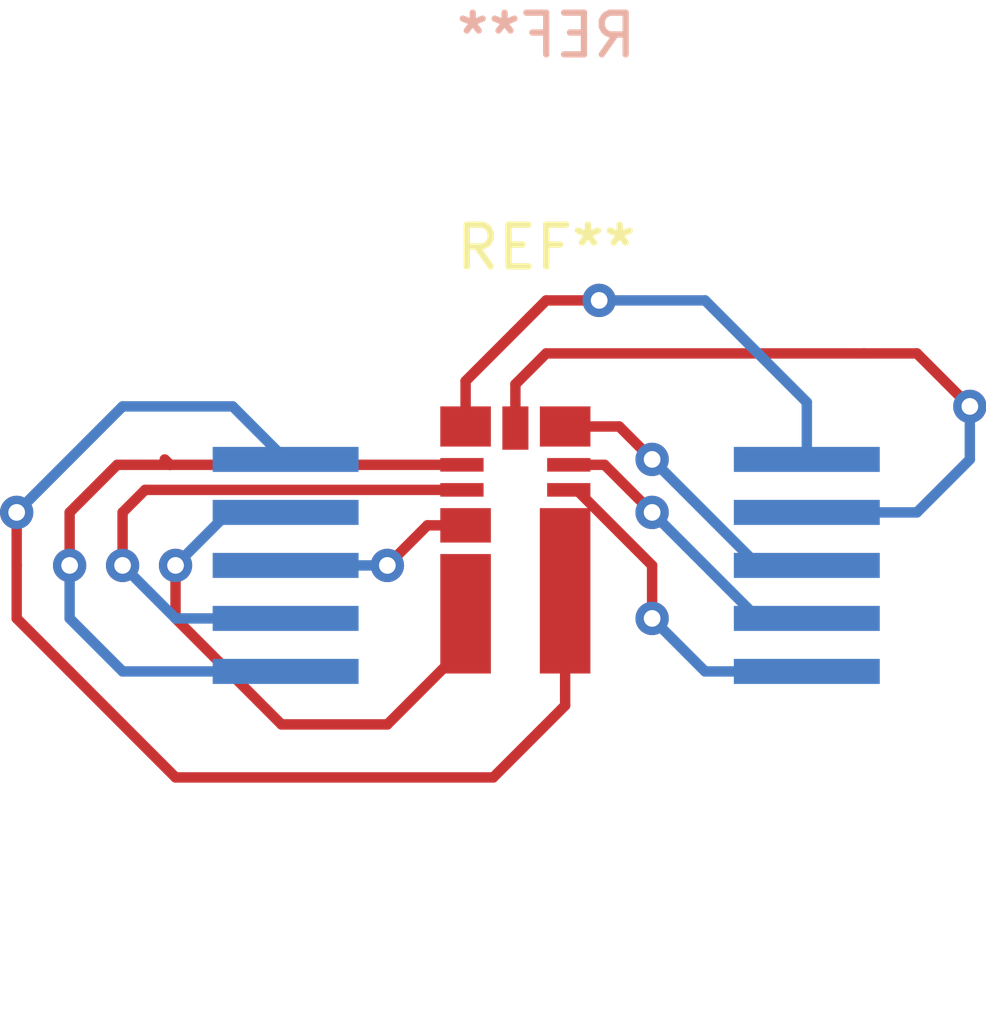
<source format=kicad_pcb>
(kicad_pcb (version 20171130) (host pcbnew "(5.1.10)-1")

  (general
    (thickness 1.6)
    (drawings 0)
    (tracks 72)
    (zones 0)
    (modules 2)
    (nets 1)
  )

  (page A4)
  (title_block
    (title "MAX 20801")
    (rev v01)
    (comment 4 "Author: BSE")
  )

  (layers
    (0 F.Cu signal)
    (31 B.Cu signal)
    (32 B.Adhes user)
    (33 F.Adhes user)
    (34 B.Paste user)
    (35 F.Paste user)
    (36 B.SilkS user)
    (37 F.SilkS user)
    (38 B.Mask user)
    (39 F.Mask user)
    (40 Dwgs.User user)
    (41 Cmts.User user)
    (42 Eco1.User user)
    (43 Eco2.User user)
    (44 Edge.Cuts user)
    (45 Margin user)
    (46 B.CrtYd user)
    (47 F.CrtYd user)
    (48 B.Fab user)
    (49 F.Fab user)
  )

  (setup
    (last_trace_width 0.25)
    (trace_clearance 0.2)
    (zone_clearance 0.508)
    (zone_45_only no)
    (trace_min 0.006)
    (via_size 0.8)
    (via_drill 0.4)
    (via_min_size 0.4)
    (via_min_drill 0.3)
    (uvia_size 0.3)
    (uvia_drill 0.1)
    (uvias_allowed no)
    (uvia_min_size 0.2)
    (uvia_min_drill 0.1)
    (edge_width 0.05)
    (segment_width 0.2)
    (pcb_text_width 0.3)
    (pcb_text_size 1.5 1.5)
    (mod_edge_width 0.12)
    (mod_text_size 1 1)
    (mod_text_width 0.15)
    (pad_size 1.524 1.524)
    (pad_drill 0.762)
    (pad_to_mask_clearance 0)
    (aux_axis_origin 0 0)
    (visible_elements 7FFFFFFF)
    (pcbplotparams
      (layerselection 0x010fc_ffffffff)
      (usegerberextensions false)
      (usegerberattributes true)
      (usegerberadvancedattributes true)
      (creategerberjobfile true)
      (excludeedgelayer true)
      (linewidth 0.100000)
      (plotframeref false)
      (viasonmask false)
      (mode 1)
      (useauxorigin false)
      (hpglpennumber 1)
      (hpglpenspeed 20)
      (hpglpendiameter 15.000000)
      (psnegative false)
      (psa4output false)
      (plotreference true)
      (plotvalue true)
      (plotinvisibletext false)
      (padsonsilk false)
      (subtractmaskfromsilk false)
      (outputformat 1)
      (mirror false)
      (drillshape 1)
      (scaleselection 1)
      (outputdirectory ""))
  )

  (net 0 "")

  (net_class Default "This is the default net class."
    (clearance 0.2)
    (trace_width 0.25)
    (via_dia 0.8)
    (via_drill 0.4)
    (uvia_dia 0.3)
    (uvia_drill 0.1)
  )

  (module MAX20801:MAX20801 (layer F.Cu) (tedit 6170AD85) (tstamp 6179E894)
    (at 76.2 101.6)
    (fp_text reference REF** (at -2.54 -5.08) (layer F.SilkS)
      (effects (font (size 1 1) (thickness 0.15)))
    )
    (fp_text value MAX20801 (at -2.54 7.62) (layer F.Fab)
      (effects (font (size 1 1) (thickness 0.15)))
    )
    (pad F smd rect (at -2.0865 3.1485) (size 1.213 3.963) (layers F.Cu F.Paste F.Mask))
    (pad E smd rect (at -4.4735 3.6985) (size 1.213 2.862999) (layers F.Cu F.Paste F.Mask))
    (pad D smd rect (at -4.4735 1.5795) (size 1.213 0.825) (layers F.Cu F.Paste F.Mask))
    (pad C smd rect (at -1.999 0.7295) (size 1.038 0.325) (layers F.Cu F.Paste F.Mask))
    (pad C smd rect (at -1.999 0.1295) (size 1.038 0.325) (layers F.Cu F.Paste F.Mask))
    (pad C smd rect (at -4.561 0.7295) (size 1.038 0.325) (layers F.Cu F.Paste F.Mask))
    (pad C smd rect (at -4.561 0.1295) (size 1.038 0.325) (layers F.Cu F.Paste F.Mask))
    (pad B smd rect (at -3.2795 -0.751) (size 0.625 1.038) (layers F.Cu F.Paste F.Mask))
    (pad A smd rect (at -2.0855 -0.789) (size 1.213 0.962) (layers F.Cu F.Paste F.Mask))
    (pad A smd rect (at -4.4735 -0.789) (size 1.213 0.962) (layers F.Cu F.Paste F.Mask))
  )

  (module MAX20801:PinHeader (layer B.Cu) (tedit 6179E5A5) (tstamp 6179E838)
    (at 73.66 104.14)
    (fp_text reference REF** (at 0 -12.7) (layer B.SilkS)
      (effects (font (size 1 1) (thickness 0.15)) (justify mirror))
    )
    (fp_text value PinHeader (at 0 10.16) (layer B.Fab)
      (effects (font (size 1 1) (thickness 0.15)) (justify mirror))
    )
    (pad 10 smd rect (at 6.25 -2.54) (size 3.5 0.6) (layers B.Cu B.Paste B.Mask))
    (pad 9 smd rect (at 6.25 -1.27) (size 3.5 0.6) (layers B.Cu B.Paste B.Mask))
    (pad 8 smd rect (at 6.25 0) (size 3.5 0.6) (layers B.Cu B.Paste B.Mask))
    (pad 5 smd rect (at -6.25 -2.54) (size 3.5 0.6) (layers B.Cu B.Paste B.Mask))
    (pad 4 smd rect (at -6.25 -1.27) (size 3.5 0.6) (layers B.Cu B.Paste B.Mask))
    (pad 3 smd rect (at -6.25 0) (size 3.5 0.6) (layers B.Cu B.Paste B.Mask))
    (pad 2 smd rect (at -6.25 1.27) (size 3.5 0.6) (layers B.Cu B.Paste B.Mask))
    (pad 7 smd rect (at 6.25 1.27) (size 3.5 0.6) (layers B.Cu B.Paste B.Mask))
    (pad 6 smd rect (at 6.25 2.54) (size 3.5 0.6) (layers B.Cu B.Paste B.Mask))
    (pad 1 smd rect (at -6.25 2.54) (size 3.5 0.6) (layers B.Cu B.Paste B.Mask))
  )

  (via (at 69.85 104.14) (size 0.8) (drill 0.4) (layers F.Cu B.Cu) (net 0))
  (segment (start 70.8105 103.1795) (end 69.85 104.14) (width 0.25) (layer F.Cu) (net 0))
  (segment (start 71.7265 103.1795) (end 70.8105 103.1795) (width 0.25) (layer F.Cu) (net 0))
  (segment (start 69.85 104.14) (end 67.41 104.14) (width 0.25) (layer B.Cu) (net 0))
  (segment (start 71.639 101.7295) (end 64.6405 101.7295) (width 0.25) (layer F.Cu) (net 0))
  (segment (start 64.6405 101.7295) (end 64.511 101.6) (width 0.25) (layer F.Cu) (net 0))
  (segment (start 64.6405 101.7295) (end 63.3705 101.7295) (width 0.25) (layer F.Cu) (net 0))
  (via (at 62.23 104.14) (size 0.8) (drill 0.4) (layers F.Cu B.Cu) (net 0))
  (segment (start 62.23 102.87) (end 62.23 104.14) (width 0.25) (layer F.Cu) (net 0))
  (segment (start 63.3705 101.7295) (end 62.23 102.87) (width 0.25) (layer F.Cu) (net 0))
  (segment (start 62.23 104.14) (end 62.23 105.41) (width 0.25) (layer B.Cu) (net 0))
  (segment (start 62.23 105.41) (end 63.5 106.68) (width 0.25) (layer B.Cu) (net 0))
  (segment (start 63.5 106.68) (end 67.41 106.68) (width 0.25) (layer B.Cu) (net 0))
  (segment (start 71.639 102.3295) (end 64.0405 102.3295) (width 0.25) (layer F.Cu) (net 0))
  (via (at 63.5 104.14) (size 0.8) (drill 0.4) (layers F.Cu B.Cu) (net 0))
  (segment (start 63.5 102.87) (end 63.5 104.14) (width 0.25) (layer F.Cu) (net 0))
  (segment (start 64.0405 102.3295) (end 63.5 102.87) (width 0.25) (layer F.Cu) (net 0))
  (segment (start 63.5 104.14) (end 64.77 105.41) (width 0.25) (layer B.Cu) (net 0))
  (segment (start 64.77 105.41) (end 67.41 105.41) (width 0.25) (layer B.Cu) (net 0))
  (segment (start 71.7265 105.2985) (end 71.7265 106.0735) (width 0.25) (layer F.Cu) (net 0))
  (segment (start 71.7265 106.0735) (end 69.85 107.95) (width 0.25) (layer F.Cu) (net 0))
  (segment (start 69.85 107.95) (end 67.31 107.95) (width 0.25) (layer F.Cu) (net 0))
  (segment (start 67.31 107.95) (end 64.77 105.41) (width 0.25) (layer F.Cu) (net 0))
  (via (at 64.77 104.14) (size 0.8) (drill 0.4) (layers F.Cu B.Cu) (net 0))
  (segment (start 64.77 105.41) (end 64.77 104.14) (width 0.25) (layer F.Cu) (net 0))
  (segment (start 64.77 104.14) (end 66.04 102.87) (width 0.25) (layer B.Cu) (net 0))
  (segment (start 74.1135 104.7485) (end 74.1135 107.4965) (width 0.25) (layer F.Cu) (net 0))
  (segment (start 74.1135 107.4965) (end 72.39 109.22) (width 0.25) (layer F.Cu) (net 0))
  (segment (start 72.39 109.22) (end 64.77 109.22) (width 0.25) (layer F.Cu) (net 0))
  (segment (start 64.77 109.22) (end 62.23 106.68) (width 0.25) (layer F.Cu) (net 0))
  (segment (start 62.23 106.68) (end 60.96 105.41) (width 0.25) (layer F.Cu) (net 0))
  (segment (start 60.96 105.41) (end 60.96 104.14) (width 0.25) (layer F.Cu) (net 0))
  (segment (start 60.96 104.14) (end 60.96 102.87) (width 0.25) (layer F.Cu) (net 0))
  (via (at 60.96 102.87) (size 0.8) (drill 0.4) (layers F.Cu B.Cu) (net 0))
  (segment (start 66.14 100.33) (end 67.41 101.6) (width 0.25) (layer B.Cu) (net 0))
  (segment (start 63.5 100.33) (end 66.14 100.33) (width 0.25) (layer B.Cu) (net 0))
  (segment (start 60.96 102.87) (end 63.5 100.33) (width 0.25) (layer B.Cu) (net 0))
  (segment (start 74.201 102.3295) (end 74.3895 102.3295) (width 0.25) (layer F.Cu) (net 0))
  (segment (start 74.3895 102.3295) (end 76.2 104.14) (width 0.25) (layer F.Cu) (net 0))
  (via (at 76.2 105.41) (size 0.8) (drill 0.4) (layers F.Cu B.Cu) (net 0))
  (segment (start 76.2 104.14) (end 76.2 105.41) (width 0.25) (layer F.Cu) (net 0))
  (segment (start 76.2 105.41) (end 77.47 106.68) (width 0.25) (layer B.Cu) (net 0))
  (segment (start 77.47 106.68) (end 78.74 106.68) (width 0.25) (layer B.Cu) (net 0))
  (segment (start 78.74 106.68) (end 79.91 106.68) (width 0.25) (layer B.Cu) (net 0))
  (segment (start 74.201 101.7295) (end 75.0595 101.7295) (width 0.25) (layer F.Cu) (net 0))
  (via (at 76.2 102.87) (size 0.8) (drill 0.4) (layers F.Cu B.Cu) (net 0))
  (segment (start 75.0595 101.7295) (end 76.2 102.87) (width 0.25) (layer F.Cu) (net 0))
  (segment (start 80.01 105.41) (end 79.91 105.41) (width 0.25) (layer B.Cu) (net 0))
  (segment (start 78.74 105.41) (end 80.01 105.41) (width 0.25) (layer B.Cu) (net 0))
  (segment (start 76.2 102.87) (end 78.74 105.41) (width 0.25) (layer B.Cu) (net 0))
  (segment (start 74.1145 100.811) (end 75.411 100.811) (width 0.25) (layer F.Cu) (net 0))
  (via (at 76.2 101.6) (size 0.8) (drill 0.4) (layers F.Cu B.Cu) (net 0))
  (segment (start 75.411 100.811) (end 76.2 101.6) (width 0.25) (layer F.Cu) (net 0))
  (segment (start 78.74 104.14) (end 79.91 104.14) (width 0.25) (layer B.Cu) (net 0))
  (segment (start 76.2 101.6) (end 78.74 104.14) (width 0.25) (layer B.Cu) (net 0))
  (segment (start 72.9205 100.849) (end 72.9205 99.7995) (width 0.25) (layer F.Cu) (net 0))
  (segment (start 72.9205 99.7995) (end 73.66 99.06) (width 0.25) (layer F.Cu) (net 0))
  (segment (start 73.66 99.06) (end 81.28 99.06) (width 0.25) (layer F.Cu) (net 0))
  (segment (start 81.28 99.06) (end 82.55 99.06) (width 0.25) (layer F.Cu) (net 0))
  (via (at 83.82 100.33) (size 0.8) (drill 0.4) (layers F.Cu B.Cu) (net 0))
  (segment (start 82.55 99.06) (end 83.82 100.33) (width 0.25) (layer F.Cu) (net 0))
  (segment (start 80.01 102.87) (end 79.91 102.87) (width 0.25) (layer B.Cu) (net 0))
  (segment (start 82.55 102.87) (end 80.01 102.87) (width 0.25) (layer B.Cu) (net 0))
  (segment (start 83.82 101.6) (end 82.55 102.87) (width 0.25) (layer B.Cu) (net 0))
  (segment (start 83.82 100.33) (end 83.82 101.6) (width 0.25) (layer B.Cu) (net 0))
  (segment (start 71.7265 100.811) (end 71.7265 99.7235) (width 0.25) (layer F.Cu) (net 0))
  (segment (start 71.7265 99.7235) (end 73.66 97.79) (width 0.25) (layer F.Cu) (net 0))
  (via (at 74.93 97.79) (size 0.8) (drill 0.4) (layers F.Cu B.Cu) (net 0))
  (segment (start 73.66 97.79) (end 74.93 97.79) (width 0.25) (layer F.Cu) (net 0))
  (segment (start 74.93 97.79) (end 77.47 97.79) (width 0.25) (layer B.Cu) (net 0))
  (segment (start 79.91 100.23) (end 79.91 101.6) (width 0.25) (layer B.Cu) (net 0))
  (segment (start 77.47 97.79) (end 79.91 100.23) (width 0.25) (layer B.Cu) (net 0))

)

</source>
